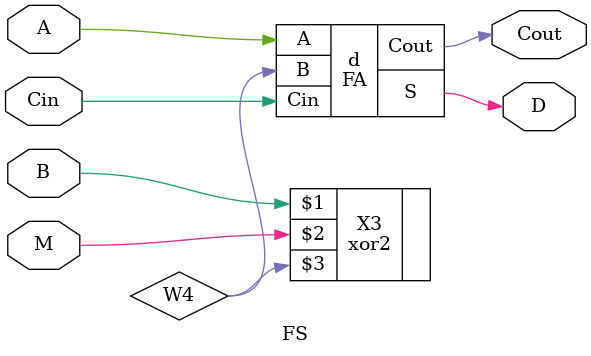
<source format=v>
`include "a1_lib.v"

module FA(A, B, Cin, S, Cout);

input A;
input B;
input Cin;
output S;
output Cout;

wire W1, W2, W3;

xor2 X1(A, B, W1);
and2 A1(W1, Cin, W2);
and2 A2(A, B, W3);
xor2 X2(W1, Cin, S);
or2 O1(W2, W3, Cout);

endmodule


module FS(M, A, B, Cin, D, Cout);

input M;
input A;
input B;
input Cin;
output D;
output Cout;

wire W4;

xor2 X3(B, M, W4);
FA d(A, W4, Cin, D, Cout);

endmodule

</source>
